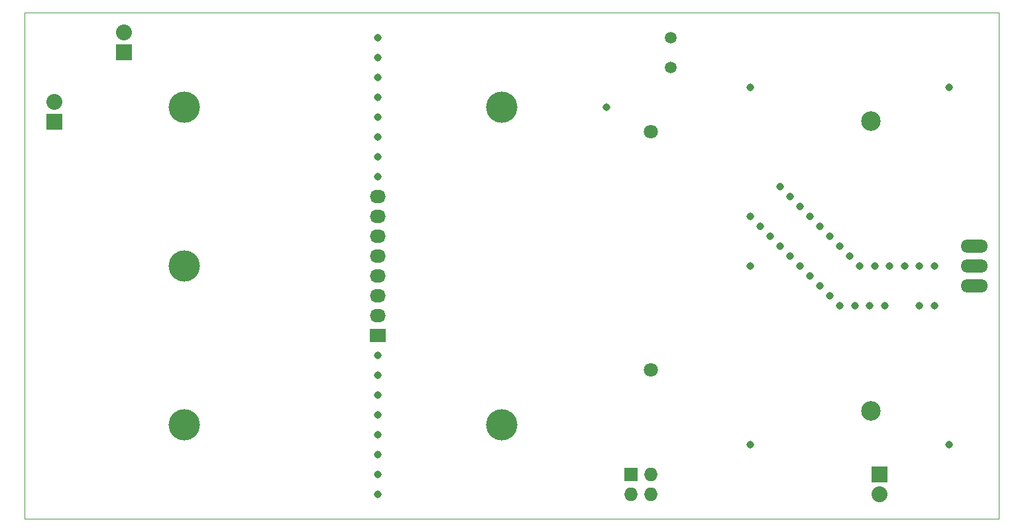
<source format=gbr>
G04 #@! TF.FileFunction,Soldermask,Top*
%FSLAX46Y46*%
G04 Gerber Fmt 4.6, Leading zero omitted, Abs format (unit mm)*
G04 Created by KiCad (PCBNEW (after 2015-mar-04 BZR unknown)-product) date Mon 31 Oct 2016 03:55:16 PM CET*
%MOMM*%
G01*
G04 APERTURE LIST*
%ADD10C,0.100000*%
%ADD11C,0.970000*%
%ADD12C,2.500000*%
%ADD13C,1.501140*%
%ADD14R,2.032000X2.032000*%
%ADD15O,2.032000X2.032000*%
%ADD16R,2.032000X1.727200*%
%ADD17O,2.032000X1.727200*%
%ADD18R,1.727200X1.727200*%
%ADD19O,1.727200X1.727200*%
%ADD20O,3.500120X1.699260*%
%ADD21C,4.000000*%
%ADD22C,1.800000*%
G04 APERTURE END LIST*
D10*
X50165000Y-114935000D02*
X50165000Y-50165000D01*
X174625000Y-114935000D02*
X50165000Y-114935000D01*
X174625000Y-50165000D02*
X174625000Y-114935000D01*
X50165000Y-50165000D02*
X174625000Y-50165000D01*
D11*
X95250000Y-111760000D03*
X95250000Y-109220000D03*
X95250000Y-106680000D03*
X95250000Y-104140000D03*
X95250000Y-101600000D03*
X95250000Y-99060000D03*
X95250000Y-96520000D03*
X95250000Y-93980000D03*
X95250000Y-71120000D03*
X95250000Y-68580000D03*
X95250000Y-66040000D03*
X95250000Y-63500000D03*
X95250000Y-60960000D03*
X95250000Y-58420000D03*
X95250000Y-55880000D03*
X95250000Y-53340000D03*
X95250000Y-53340000D03*
X95250000Y-55880000D03*
X95250000Y-58420000D03*
X95250000Y-60960000D03*
X95250000Y-63500000D03*
X95250000Y-66040000D03*
X95250000Y-68580000D03*
X95250000Y-71120000D03*
X95250000Y-71120000D03*
X95250000Y-68580000D03*
X95250000Y-66040000D03*
X95250000Y-63500000D03*
X95250000Y-60960000D03*
X95250000Y-58420000D03*
X95250000Y-55880000D03*
X95250000Y-53340000D03*
X95250000Y-53340000D03*
X95250000Y-55880000D03*
X95250000Y-58420000D03*
X95250000Y-60960000D03*
X95250000Y-63500000D03*
X95250000Y-66040000D03*
X95250000Y-68580000D03*
X95250000Y-71120000D03*
X124460000Y-62230000D03*
D12*
X158275000Y-101100000D03*
D11*
X162560000Y-82550000D03*
X168275000Y-59690000D03*
X160020000Y-87630000D03*
X158115000Y-87630000D03*
X156210000Y-87630000D03*
X154305000Y-87630000D03*
X153035000Y-86360000D03*
X151765000Y-85090000D03*
X150495000Y-83820000D03*
X149225000Y-82550000D03*
X147955000Y-81280000D03*
X146685000Y-80010000D03*
X145415000Y-78740000D03*
X144145000Y-77470000D03*
X166370000Y-82550000D03*
X160655000Y-82550000D03*
X158750000Y-82550000D03*
X156845000Y-82550000D03*
X155575000Y-81280000D03*
X154305000Y-80010000D03*
X153035000Y-78740000D03*
X151765000Y-77470000D03*
X150495000Y-76200000D03*
X149225000Y-74930000D03*
X166370000Y-87630000D03*
X164465000Y-87630000D03*
X164465000Y-82550000D03*
X147955000Y-73660000D03*
X146685000Y-72390000D03*
X142875000Y-76200000D03*
X168275000Y-105410000D03*
X142875000Y-105410000D03*
D12*
X158275000Y-64000000D03*
D11*
X142875000Y-82550000D03*
D13*
X132715000Y-53340000D03*
X132715000Y-57150000D03*
D14*
X159385000Y-109220000D03*
D15*
X159385000Y-111760000D03*
D16*
X95250000Y-91440000D03*
D17*
X95250000Y-88900000D03*
X95250000Y-86360000D03*
X95250000Y-83820000D03*
X95250000Y-81280000D03*
X95250000Y-78740000D03*
X95250000Y-76200000D03*
X95250000Y-73660000D03*
D18*
X127635000Y-109220000D03*
D19*
X130175000Y-109220000D03*
X127635000Y-111760000D03*
X130175000Y-111760000D03*
D14*
X53975000Y-64135000D03*
D15*
X53975000Y-61595000D03*
D14*
X62865000Y-55245000D03*
D15*
X62865000Y-52705000D03*
D20*
X171450000Y-82550000D03*
X171450000Y-85090000D03*
X171450000Y-80010000D03*
D21*
X70505000Y-62250000D03*
X70505000Y-82550000D03*
X70505000Y-102850000D03*
X111105000Y-102850000D03*
X111105000Y-62250000D03*
D22*
X130175000Y-95885000D03*
X130175000Y-65405000D03*
D11*
X142875000Y-59690000D03*
M02*

</source>
